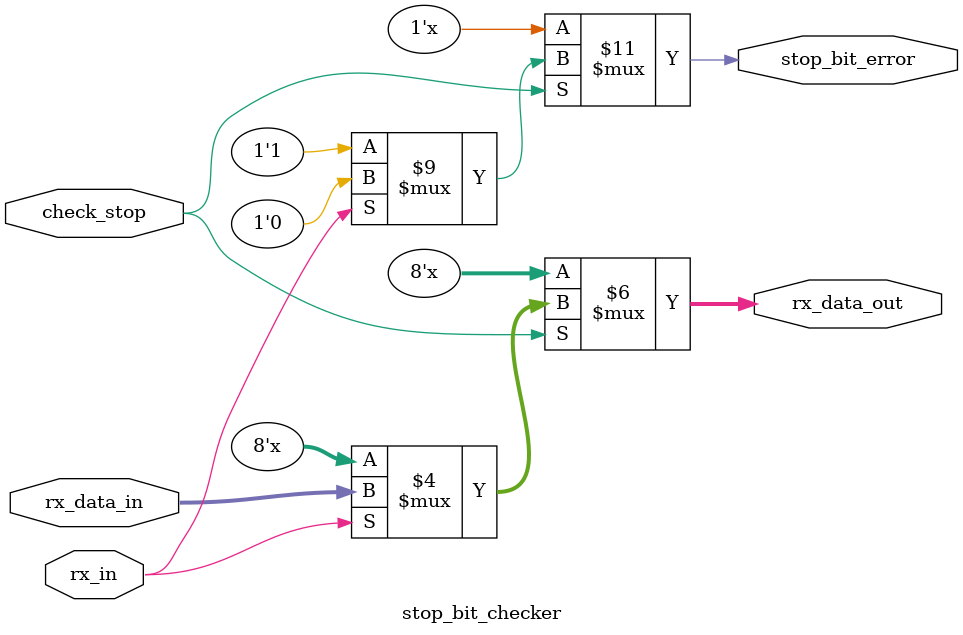
<source format=v>

module stop_bit_checker(rx_in , check_stop,rx_data_in,stop_bit_error,rx_data_out);
input rx_in , check_stop;
input [7:0] rx_data_in;
output reg stop_bit_error;
output reg [7:0]rx_data_out;

always @(*)
begin
if(check_stop)
begin
if(rx_in==1)
begin
stop_bit_error<=0;
rx_data_out<=rx_data_in;
end
else
stop_bit_error<=1;
end
end
endmodule 
</source>
